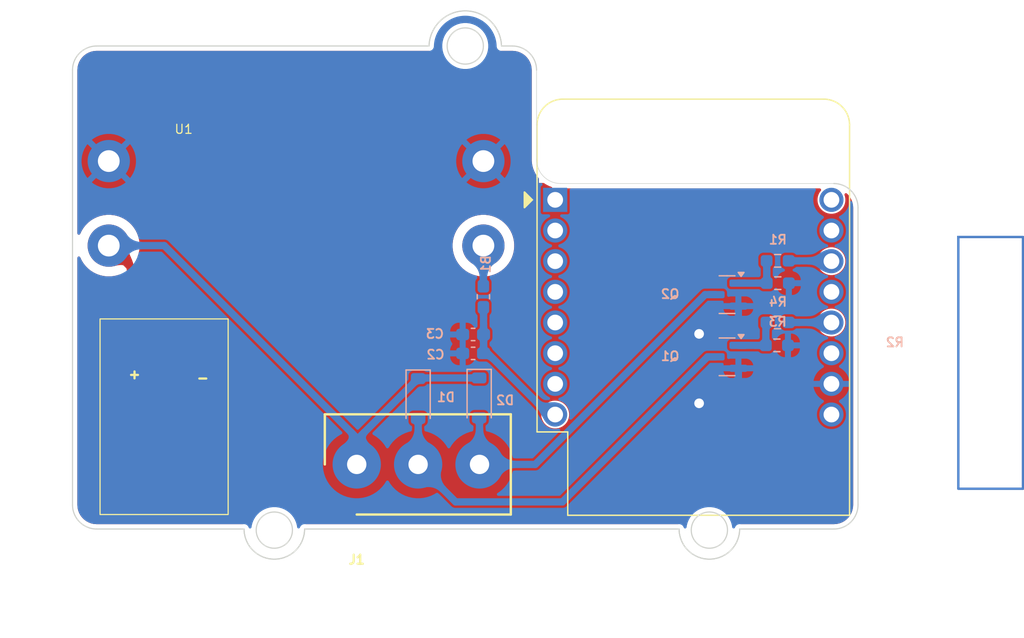
<source format=kicad_pcb>
(kicad_pcb (version 20241229) (generator "pcbnew") (generator_version "9.0")
  (layers (0 "F.Cu" signal) (2 "B.Cu" signal) (13 "F.Paste" user) (15 "B.Paste" user) (5 "F.SilkS" user "F.Silkscreen") (7 "B.SilkS" user "B.Silkscreen") (1 "F.Mask" user) (3 "B.Mask" user) (25 "Edge.Cuts" user))
  (net 0 "")
  (net 1 "/LED_NEG1")
  (net 2 "/12V")
  (net 3 "/LED_NEG2")
  (net 4 "Net-(Q1-G)")
  (net 5 "GND")
  (net 6 "Net-(Q2-G)")
  (net 7 "Net-(U3-3V3)")
  (net 8 "Net-(U1-VOUT+)")
  (net 9 "Net-(U3-D3)")
  (net 10 "Net-(U3-SCL{slash}D1)")
  (footprint "AiTrip:LM2596" (layer "F.Cu") (at 149.2 111.04 180)
    (property "Reference" "U1")
    (property "Value" "LM2596" (hide yes))
  )
  (footprint "PDC004-PD:PDC004-PD" (layer "F.Cu") (at 138.279199 128.710198)
    (property "Reference" "PD_12V1" (hide yes))
    (property "Value" "~" (hide yes))
  )
  (footprint "RF_Module:WEMOS_D1_mini_light" (layer "F.Cu") (at 170.64 110.75)
    (property "Reference" "U3" (hide yes))
    (property "Value" "WEMOS_D1_mini" (hide yes))
  )
  (footprint "Connector_Phoenix_MKDSN:SHDR3W130P0X508_1X3_1524X815X1015P" (layer "F.Cu") (at 154.219199 132.660198)
    (property "Reference" "J1")
    (property "Value" "Conn_01x03_Socket" (hide yes))
  )
  (footprint "Resistor_SMD:R_0603_1608Metric_Pad0.98x0.95mm_HandSolder" (layer "B.Cu") (at 189.0375 120.9)
    (property "Reference" "R2")
    (property "Value" "220Ω" (hide yes))
  )
  (footprint "Inductor_SMD:L_0603_1608Metric_Pad1.05x0.95mm_HandSolder" (layer "B.Cu") (at 164.7 118.775 -90)
    (property "Reference" "FB1")
    (property "Value" "220Ω" (hide yes))
  )
  (footprint "Package_TO_SOT_SMD:SOT-23" (layer "B.Cu") (at 184.8625 123.75 180)
    (property "Reference" "Q1")
    (property "Value" "AO3400A" (hide yes))
  )
  (footprint "Resistor_SMD:R_0603_1608Metric_Pad0.98x0.95mm_HandSolder" (layer "B.Cu") (at 188.9875 122.8)
    (property "Reference" "R3")
    (property "Value" "10kΩ" (hide yes))
  )
  (footprint "Diode_SMD:D_SOD-123" (layer "B.Cu") (at 159.3 127.2 -90)
    (property "Reference" "D1")
    (property "Value" "1N4007" (hide yes))
  )
  (footprint "Resistor_SMD:R_0603_1608Metric_Pad0.98x0.95mm_HandSolder" (layer "B.Cu") (at 189.0625 117.65)
    (property "Reference" "R4")
    (property "Value" "10kΩ" (hide yes))
  )
  (footprint "Capacitor_SMD:C_0603_1608Metric_Pad1.08x0.95mm_HandSolder" (layer "B.Cu") (at 163.85 121.9 180)
    (property "Reference" "C3")
    (property "Value" "22µF" (hide yes))
  )
  (footprint "Package_TO_SOT_SMD:SOT-23" (layer "B.Cu") (at 184.8625 118.6 180)
    (property "Reference" "Q2")
    (property "Value" "AO3400A" (hide yes))
  )
  (footprint "Resistor_SMD:R_0603_1608Metric_Pad0.98x0.95mm_HandSolder" (layer "B.Cu") (at 189.05 115.8)
    (property "Reference" "R1")
    (property "Value" "220Ω" (hide yes))
  )
  (footprint "Diode_SMD:D_SOD-123" (layer "B.Cu") (at 164.35 127.15 -90)
    (property "Reference" "D2")
    (property "Value" "1N4007" (hide yes))
  )
  (footprint "Capacitor_SMD:C_0603_1608Metric_Pad1.08x0.95mm_HandSolder" (layer "B.Cu") (at 163.85 123.465372 180)
    (property "Reference" "C2")
    (property "Value" "22µF" (hide yes))
  )
  (gr_rect (start 204 113.825) (end 209.35 134.675) (stroke (width 0.2)) (fill no) (layer "B.Cu") (net 11))
  (gr_line (start 149.905921 138.010198) (end 149.905842 138.021396) (stroke (width 0.1)) (layer "Edge.Cuts"))
  (gr_arc (start 183.633545 140.494623) (mid 183.577146 140.499422) (end 183.520633 140.502626) (stroke (width 0.1)) (layer "Edge.Cuts"))
  (gr_arc (start 149.247578 139.692378) (mid 149.209001 139.733787) (end 149.169267 139.774087) (stroke (width 0.1)) (layer "Edge.Cuts"))
  (gr_line (start 185.066048 139.871357) (end 185.044568 139.890261) (stroke (width 0.1)) (layer "Edge.Cuts"))
  (gr_line (start 160.655275 96.511903) (end 160.682906 96.468462) (stroke (width 0.1)) (layer "Edge.Cuts"))
  (gr_line (start 183.520633 140.502626) (end 183.492038 140.503841) (stroke (width 0.1)) (layer "Edge.Cuts"))
  (gr_arc (start 181.787565 139.917744) (mid 181.744551 139.880955) (end 181.702596 139.842963) (stroke (width 0.1)) (layer "Edge.Cuts"))
  (gr_line (start 162.789339 95.128631) (end 162.840402 95.12202) (stroke (width 0.1)) (layer "Edge.Cuts"))
  (gr_arc (start 180.917537 138.339216) (mid 180.910348 138.283065) (end 180.904748 138.226733) (stroke (width 0.1)) (layer "Edge.Cuts"))
  (gr_line (start 165.629764 96.341044) (end 165.659594 96.383003) (stroke (width 0.1)) (layer "Edge.Cuts"))
  (gr_line (start 149.358343 139.562877) (end 149.340364 139.585143) (stroke (width 0.1)) (layer "Edge.Cuts"))
  (gr_line (start 145.185587 139.172205) (end 145.172344 139.146838) (stroke (width 0.1)) (layer "Edge.Cuts"))
  (gr_line (start 148.347459 140.319486) (end 148.32091 140.330154) (stroke (width 0.1)) (layer "Edge.Cuts"))
  (gr_arc (start 163.148506 95.100829) (mid 163.200001 95.100166) (end 163.251495 95.100829) (stroke (width 0.1)) (layer "Edge.Cuts"))
  (gr_line (start 165.218586 95.881219) (end 165.25637 95.916191) (stroke (width 0.1)) (layer "Edge.Cuts"))
  (gr_arc (start 147.633545 140.494623) (mid 147.577146 140.499422) (end 147.520633 140.502626) (stroke (width 0.1)) (layer "Edge.Cuts"))
  (gr_line (start 183.095953 140.487015) (end 183.067564 140.48338) (stroke (width 0.1)) (layer "Edge.Cuts"))
  (gr_line (start 181.33219 139.414868) (end 181.316162 139.391153) (stroke (width 0.1)) (layer "Edge.Cuts"))
  (gr_line (start 160.441197 96.922424) (end 160.461818 96.87524) (stroke (width 0.1)) (layer "Edge.Cuts"))
  (gr_line (start 144.904748 138.226733) (end 144.902321 138.198215) (stroke (width 0.1)) (layer "Edge.Cuts"))
  (gr_line (start 148.079369 140.411669) (end 148.051775 140.419272) (stroke (width 0.1)) (layer "Edge.Cuts"))
  (gr_line (start 149.844752 138.548527) (end 149.838328 138.576411) (stroke (width 0.1)) (layer "Edge.Cuts"))
  (gr_arc (start 146.518551 140.345365) (mid 146.465735 140.325006) (end 146.413517 140.303159) (stroke (width 0.1)) (layer "Edge.Cuts"))
  (gr_arc (start 145.58124 139.723312) (mid 145.542658 139.681901) (end 145.505266 139.639413) (stroke (width 0.1)) (layer "Edge.Cuts"))
  (gr_arc (start 185.044568 139.890261) (mid 185.001557 139.927048) (end 184.957522 139.962604) (stroke (width 0.1)) (layer "Edge.Cuts"))
  (gr_arc (start 147.208592 140.49821) (mid 147.152193 140.493409) (end 147.095953 140.487015) (stroke (width 0.1)) (layer "Edge.Cuts"))
  (gr_arc (start 147.067564 140.48338) (mid 147.011525 140.475398) (end 146.955735 140.46583) (stroke (width 0.1)) (layer "Edge.Cuts"))
  (gr_arc (start 161.181414 95.881219) (mid 161.219653 95.84673) (end 161.258766 95.813236) (stroke (width 0.1)) (layer "Edge.Cuts"))
  (gr_arc (start 181.316162 139.391153) (mid 181.285133 139.343814) (end 181.255456 139.295617) (stroke (width 0.1)) (layer "Edge.Cuts"))
  (gr_arc (start 184.051775 140.419272) (mid 183.997003 140.433532) (end 183.94185 140.44624) (stroke (width 0.1)) (layer "Edge.Cuts"))
  (gr_line (start 145.809578 139.936039) (end 145.787565 139.917744) (stroke (width 0.1)) (layer "Edge.Cuts"))
  (gr_arc (start 165.141234 95.813236) (mid 165.180349 95.846728) (end 165.218586 95.881219) (stroke (width 0.1)) (layer "Edge.Cuts"))
  (gr_line (start 165.997604 97.01783) (end 166.015763 97.065999) (stroke (width 0.1)) (layer "Edge.Cuts"))
  (gr_line (start 181.702596 139.842963) (end 181.681655 139.823453) (stroke (width 0.1)) (layer "Edge.Cuts"))
  (gr_arc (start 144.902321 138.198215) (mid 144.89832 138.141759) (end 144.895918 138.085213) (stroke (width 0.1)) (layer "Edge.Cuts"))
  (gr_arc (start 147.774299 140.477416) (mid 147.718268 140.485399) (end 147.662034 140.491792) (stroke (width 0.1)) (layer "Edge.Cuts"))
  (gr_arc (start 164.209779 95.27546) (mid 164.258197 95.293005) (end 164.306148 95.31179) (stroke (width 0.1)) (layer "Edge.Cuts"))
  (gr_arc (start 147.913872 140.45227) (mid 147.858369 140.463412) (end 147.802574 140.472979) (stroke (width 0.1)) (layer "Edge.Cuts"))
  (gr_line (start 181.185587 139.172205) (end 181.172344 139.146838) (stroke (width 0.1)) (layer "Edge.Cuts"))
  (gr_arc (start 165.823099 96.644998) (mid 165.84789 96.690148) (end 165.871511 96.735921) (stroke (width 0.1)) (layer "Edge.Cuts"))
  (gr_arc (start 181.111031 139.018974) (mid 181.088448 138.967071) (end 181.067343 138.91455) (stroke (width 0.1)) (layer "Edge.Cuts"))
  (gr_line (start 149.169267 139.774087) (end 149.148888 139.79418) (stroke (width 0.1)) (layer "Edge.Cuts"))
  (gr_arc (start 146.652647 140.391476) (mid 146.598769 140.37414) (end 146.545405 140.355283) (stroke (width 0.1)) (layer "Edge.Cuts"))
  (gr_line (start 180.895918 138.085213) (end 180.893794 138.010198) (stroke (width 0.1)) (layer "Edge.Cuts"))
  (gr_line (start 166.194201 97.919884) (end 166.198856 98.010198) (stroke (width 0.1)) (layer "Edge.Cuts"))
  (gr_arc (start 182.518551 140.345365) (mid 182.465735 140.325006) (end 182.413517 140.303159) (stroke (width 0.1)) (layer "Edge.Cuts"))
  (gr_arc (start 161.298303 95.780253) (mid 161.338275 95.747771) (end 161.37907 95.716328) (stroke (width 0.1)) (layer "Edge.Cuts"))
  (gr_arc (start 164.895815 95.625755) (mid 164.938167 95.655051) (end 164.979751 95.685427) (stroke (width 0.1)) (layer "Edge.Cuts"))
  (gr_arc (start 132.7 138.010198) (mid 131.285787 137.424411) (end 130.7 136.010198) (stroke (width 0.1)) (layer "Edge.Cuts"))
  (gr_line (start 185.809807 138.685945) (end 185.801814 138.713429) (stroke (width 0.1)) (layer "Edge.Cuts"))
  (gr_line (start 145.415549 139.52959) (end 145.398205 139.50682) (stroke (width 0.1)) (layer "Edge.Cuts"))
  (gr_line (start 146.545405 140.355283) (end 146.518551 140.345365) (stroke (width 0.1)) (layer "Edge.Cuts"))
  (gr_arc (start 146.789151 140.429929) (mid 146.73437 140.415665) (end 146.680014 140.399857) (stroke (width 0.1)) (layer "Edge.Cuts"))
  (gr_arc (start 147.492038 140.503841) (mid 147.435457 140.505443) (end 147.378854 140.505443) (stroke (width 0.1)) (layer "Edge.Cuts"))
  (gr_line (start 166.094043 97.31121) (end 166.107157 97.361004) (stroke (width 0.1)) (layer "Edge.Cuts"))
  (gr_arc (start 185.340364 139.585143) (mid 185.304191 139.628664) (end 185.266804 139.671147) (stroke (width 0.1)) (layer "Edge.Cuts"))
  (gr_arc (start 160.528489 96.735921) (mid 160.552109 96.690148) (end 160.576901 96.644998) (stroke (width 0.1)) (layer "Edge.Cuts"))
  (gr_line (start 146.2848 140.243662) (end 146.259233 140.230772) (stroke (width 0.1)) (layer "Edge.Cuts"))
  (gr_line (start 183.802574 140.472979) (end 183.774299 140.477416) (stroke (width 0.1)) (layer "Edge.Cuts"))
  (gr_arc (start 162.536107 95.174778) (mid 162.586378 95.163596) (end 162.63692 95.153711) (stroke (width 0.1)) (layer "Edge.Cuts"))
  (gr_line (start 185.767137 138.82119) (end 185.757602 138.848176) (stroke (width 0.1)) (layer "Edge.Cuts"))
  (gr_arc (start 182.134871 140.16267) (mid 182.086245 140.133673) (end 182.038461 140.103308) (stroke (width 0.1)) (layer "Edge.Cuts"))
  (gr_line (start 184.214727 140.369369) (end 184.18761 140.378521) (stroke (width 0.1)) (layer "Edge.Cuts"))
  (gr_arc (start 160.682906 96.468462) (mid 160.711107 96.425361) (end 160.740408 96.383001) (stroke (width 0.1)) (layer "Edge.Cuts"))
  (gr_arc (start 149.838328 138.576411) (mid 149.824842 138.63138) (end 149.809807 138.685945) (stroke (width 0.1)) (layer "Edge.Cuts"))
  (gr_arc (start 160.350394 97.16329) (mid 160.36669 97.114428) (end 160.384236 97.066001) (stroke (width 0.1)) (layer "Edge.Cuts"))
  (gr_arc (start 185.867035 138.437523) (mid 185.856679 138.493183) (end 185.844752 138.548527) (stroke (width 0.1)) (layer "Edge.Cuts"))
  (gr_arc (start 183.067564 140.48338) (mid 183.011525 140.475398) (end 182.955735 140.46583) (stroke (width 0.1)) (layer "Edge.Cuts"))
  (gr_arc (start 185.801814 138.713429) (mid 185.785239 138.767555) (end 185.767137 138.82119) (stroke (width 0.1)) (layer "Edge.Cuts"))
  (gr_arc (start 185.757602 138.848176) (mid 185.737992 138.90127) (end 185.71689 138.953788) (stroke (width 0.1)) (layer "Edge.Cuts"))
  (gr_line (start 149.266804 139.671147) (end 149.247578 139.692378) (stroke (width 0.1)) (layer "Edge.Cuts"))
  (gr_arc (start 149.801814 138.713429) (mid 149.785239 138.767555) (end 149.767137 138.82119) (stroke (width 0.1)) (layer "Edge.Cuts"))
  (gr_arc (start 144.917537 138.339216) (mid 144.910348 138.283065) (end 144.904748 138.226733) (stroke (width 0.1)) (layer "Edge.Cuts"))
  (gr_arc (start 161.81303 95.440302) (mid 161.858793 95.416686) (end 161.905149 95.394258) (stroke (width 0.1)) (layer "Edge.Cuts"))
  (gr_line (start 147.662034 140.491792) (end 147.633545 140.494623) (stroke (width 0.1)) (layer "Edge.Cuts"))
  (gr_arc (start 181.681655 139.823453) (mid 181.640788 139.784284) (end 181.601045 139.743976) (stroke (width 0.1)) (layer "Edge.Cuts"))
  (gr_arc (start 162.99417 95.107458) (mid 163.045572 95.104144) (end 163.097042 95.102154) (stroke (width 0.1)) (layer "Edge.Cuts"))
  (gr_arc (start 148.18761 140.378521) (mid 148.133724 140.39586) (end 148.079369 140.411669) (stroke (width 0.1)) (layer "Edge.Cuts"))
  (gr_line (start 145.505266 139.639413) (end 145.486658 139.617657) (stroke (width 0.1)) (layer "Edge.Cuts"))
  (gr_circle (center 147.4 138.1) (end 148.9 138.1) (stroke (width 0.1)) (fill no) (layer "Edge.Cuts"))
  (gr_arc (start 164.063032 95.227222) (mid 164.112294 95.242251) (end 164.161152 95.258545) (stroke (width 0.1)) (layer "Edge.Cuts"))
  (gr_arc (start 145.057051 138.887852) (mid 145.037438 138.834746) (end 145.019335 138.781106) (stroke (width 0.1)) (layer "Edge.Cuts"))
  (gr_line (start 144.946337 138.507175) (end 144.940703 138.479111) (stroke (width 0.1)) (layer "Edge.Cuts"))
  (gr_line (start 181.067343 138.91455) (end 181.057051 138.887852) (stroke (width 0.1)) (layer "Edge.Cuts"))
  (gr_arc (start 148.578245 140.211205) (mid 148.528073 140.2374) (end 148.477178 140.262162) (stroke (width 0.1)) (layer "Edge.Cuts"))
  (gr_arc (start 181.398205 139.50682) (mid 181.364546 139.461312) (end 181.33219 139.414868) (stroke (width 0.1)) (layer "Edge.Cuts"))
  (gr_arc (start 185.887835 138.297266) (mid 185.880647 138.353406) (end 185.871871 138.40932) (stroke (width 0.1)) (layer "Edge.Cuts"))
  (gr_line (start 185.594304 139.209429) (end 185.580349 139.23441) (stroke (width 0.1)) (layer "Edge.Cuts"))
  (gr_line (start 147.520633 140.502626) (end 147.492038 140.503841) (stroke (width 0.1)) (layer "Edge.Cuts"))
  (gr_line (start 163.863897 95.174779) (end 163.914005 95.186604) (stroke (width 0.1)) (layer "Edge.Cuts"))
  (gr_line (start 180.893794 138.010198) (end 149.905921 138.010198) (stroke (width 0.1)) (layer "Edge.Cuts"))
  (gr_line (start 182.038461 140.103308) (end 182.014536 140.087626) (stroke (width 0.1)) (layer "Edge.Cuts"))
  (gr_line (start 182.413517 140.303159) (end 182.38727 140.291739) (stroke (width 0.1)) (layer "Edge.Cuts"))
  (gr_arc (start 165.659594 96.383003) (mid 165.688894 96.425361) (end 165.717093 96.46846) (stroke (width 0.1)) (layer "Edge.Cuts"))
  (gr_arc (start 145.681655 139.823453) (mid 145.640788 139.784284) (end 145.601045 139.743976) (stroke (width 0.1)) (layer "Edge.Cuts"))
  (gr_arc (start 149.905842 138.021396) (mid 149.904877 138.070911) (end 149.902688 138.120388) (stroke (width 0.1)) (layer "Edge.Cuts"))
  (gr_arc (start 182.38727 140.291739) (mid 182.335695 140.268425) (end 182.2848 140.243662) (stroke (width 0.1)) (layer "Edge.Cuts"))
  (gr_line (start 163.405826 95.107457) (end 163.457159 95.111431) (stroke (width 0.1)) (layer "Edge.Cuts"))
  (gr_arc (start 183.913872 140.45227) (mid 183.858369 140.463412) (end 183.802574 140.472979) (stroke (width 0.1)) (layer "Edge.Cuts"))
  (gr_line (start 149.443637 139.449564) (end 149.42695 139.472807) (stroke (width 0.1)) (layer "Edge.Cuts"))
  (gr_line (start 148.603424 140.197603) (end 148.578245 140.211205) (stroke (width 0.1)) (layer "Edge.Cuts"))
  (gr_line (start 160.740408 96.383001) (end 160.770234 96.341047) (stroke (width 0.1)) (layer "Edge.Cuts"))
  (gr_line (start 147.095953 140.487015) (end 147.067564 140.48338) (stroke (width 0.1)) (layer "Edge.Cuts"))
  (gr_line (start 164.161152 95.258545) (end 164.209779 95.27546) (stroke (width 0.1)) (layer "Edge.Cuts"))
  (gr_line (start 149.902688 138.120388) (end 149.900668 138.156032) (stroke (width 0.1)) (layer "Edge.Cuts"))
  (gr_arc (start 163.763076 95.15371) (mid 163.813622 95.163596) (end 163.863897 95.174779) (stroke (width 0.1)) (layer "Edge.Cuts"))
  (gr_line (start 182.2848 140.243662) (end 182.259233 140.230772) (stroke (width 0.1)) (layer "Edge.Cuts"))
  (gr_arc (start 148.935002 139.980267) (mid 148.889968 140.01457) (end 148.843982 140.047586) (stroke (width 0.1)) (layer "Edge.Cuts"))
  (gr_line (start 145.067343 138.91455) (end 145.057051 138.887852) (stroke (width 0.1)) (layer "Edge.Cuts"))
  (gr_arc (start 149.507018 139.35579) (mid 149.475992 139.403126) (end 149.443637 139.449564) (stroke (width 0.1)) (layer "Edge.Cuts"))
  (gr_arc (start 146.259233 140.230772) (mid 146.209062 140.204579) (end 146.159653 140.176977) (stroke (width 0.1)) (layer "Edge.Cuts"))
  (gr_arc (start 163.457159 95.111431) (mid 163.508446 95.116067) (end 163.559596 95.12202) (stroke (width 0.1)) (layer "Edge.Cuts"))
  (gr_arc (start 145.486658 139.617657) (mid 145.450479 139.574128) (end 145.415549 139.52959) (stroke (width 0.1)) (layer "Edge.Cuts"))
  (gr_line (start 165.717093 96.46846) (end 165.744726 96.511904) (stroke (width 0.1)) (layer "Edge.Cuts"))
  (gr_line (start 181.809578 139.936039) (end 181.787565 139.917744) (stroke (width 0.1)) (layer "Edge.Cuts"))
  (gr_arc (start 183.350244 140.505038) (mid 183.293655 140.503437) (end 183.237135 140.500233) (stroke (width 0.1)) (layer "Edge.Cuts"))
  (gr_arc (start 149.867035 138.437523) (mid 149.856679 138.493183) (end 149.844752 138.548527) (stroke (width 0.1)) (layer "Edge.Cuts"))
  (gr_line (start 185.358343 139.562877) (end 185.340364 139.585143) (stroke (width 0.1)) (layer "Edge.Cuts"))
  (gr_arc (start 164.632416 95.464499) (mid 164.677562 95.489289) (end 164.722055 95.515232) (stroke (width 0.1)) (layer "Edge.Cuts"))
  (gr_line (start 183.237135 140.500233) (end 183.208592 140.49821) (stroke (width 0.1)) (layer "Edge.Cuts"))
  (gr_line (start 148.725838 140.125992) (end 148.701468 140.140997) (stroke (width 0.1)) (layer "Edge.Cuts"))
  (gr_arc (start 145.898647 140.005898) (mid 145.853618 139.971599) (end 145.809578 139.936039) (stroke (width 0.1)) (layer "Edge.Cuts"))
  (gr_line (start 164.013599 95.212833) (end 164.063032 95.227222) (stroke (width 0.1)) (layer "Edge.Cuts"))
  (gr_arc (start 149.340364 139.585143) (mid 149.304191 139.628664) (end 149.266804 139.671147) (stroke (width 0.1)) (layer "Edge.Cuts"))
  (gr_line (start 147.378854 140.505443) (end 147.350244 140.505038) (stroke (width 0.1)) (layer "Edge.Cuts"))
  (gr_line (start 160.832056 96.258664) (end 160.864009 96.218292) (stroke (width 0.1)) (layer "Edge.Cuts"))
  (gr_line (start 161.633803 95.541738) (end 161.677943 95.515233) (stroke (width 0.1)) (layer "Edge.Cuts"))
  (gr_line (start 162.046163 95.331184) (end 162.093853 95.311789) (stroke (width 0.1)) (layer "Edge.Cuts"))
  (gr_line (start 161.258766 95.813236) (end 161.298303 95.780253) (stroke (width 0.1)) (layer "Edge.Cuts"))
  (gr_line (start 182.545405 140.355283) (end 182.518551 140.345365) (stroke (width 0.1)) (layer "Edge.Cuts"))
  (gr_line (start 185.266804 139.671147) (end 185.247578 139.692378) (stroke (width 0.1)) (layer "Edge.Cuts"))
  (gr_line (start 132.7 98.010198) (end 160.201144 98.010198) (stroke (width 0.1)) (layer "Edge.Cuts"))
  (gr_line (start 146.955735 140.46583) (end 146.927594 140.460594) (stroke (width 0.1)) (layer "Edge.Cuts"))
  (gr_arc (start 182.652647 140.391476) (mid 182.598769 140.37414) (end 182.545405 140.355283) (stroke (width 0.1)) (layer "Edge.Cuts"))
  (gr_arc (start 185.507018 139.35579) (mid 185.475992 139.403126) (end 185.443637 139.449564) (stroke (width 0.1)) (layer "Edge.Cuts"))
  (gr_circle (center 183.4 138.1) (end 184.9 138.1) (stroke (width 0.1)) (fill no) (layer "Edge.Cuts"))
  (gr_line (start 185.522372 139.331626) (end 185.507018 139.35579) (stroke (width 0.1)) (layer "Edge.Cuts"))
  (gr_arc (start 182.014536 140.087626) (mid 181.967639 140.055927) (end 181.921656 140.022916) (stroke (width 0.1)) (layer "Edge.Cuts"))
  (gr_line (start 184.477178 140.262162) (end 184.451272 140.274317) (stroke (width 0.1)) (layer "Edge.Cuts"))
  (gr_arc (start 149.044568 139.890261) (mid 149.001557 139.927048) (end 148.957522 139.962604) (stroke (width 0.1)) (layer "Edge.Cuts"))
  (gr_arc (start 146.134871 140.16267) (mid 146.086245 140.133673) (end 146.038461 140.103308) (stroke (width 0.1)) (layer "Edge.Cuts"))
  (gr_arc (start 146.38727 140.291739) (mid 146.335695 140.268425) (end 146.2848 140.243662) (stroke (width 0.1)) (layer "Edge.Cuts"))
  (gr_line (start 149.891068 138.268828) (end 149.887835 138.297266) (stroke (width 0.1)) (layer "Edge.Cuts"))
  (gr_line (start 164.853097 95.597012) (end 164.895815 95.625755) (stroke (width 0.1)) (layer "Edge.Cuts"))
  (gr_arc (start 145.172344 139.146838) (mid 145.146864 139.096298) (end 145.122822 139.045059) (stroke (width 0.1)) (layer "Edge.Cuts"))
  (gr_line (start 182.680014 140.399857) (end 182.652647 140.391476) (stroke (width 0.1)) (layer "Edge.Cuts"))
  (gr_arc (start 145.111031 139.018974) (mid 145.088448 138.967071) (end 145.067343 138.91455) (stroke (width 0.1)) (layer "Edge.Cuts"))
  (gr_arc (start 185.838328 138.576411) (mid 185.824842 138.63138) (end 185.809807 138.685945) (stroke (width 0.1)) (layer "Edge.Cuts"))
  (gr_line (start 160.50547 96.781976) (end 160.528489 96.735921) (stroke (width 0.1)) (layer "Edge.Cuts"))
  (gr_line (start 165.436029 96.100538) (end 165.470015 96.139208) (stroke (width 0.1)) (layer "Edge.Cuts"))
  (gr_arc (start 165.020926 95.716325) (mid 165.061725 95.747771) (end 165.101701 95.780256) (stroke (width 0.1)) (layer "Edge.Cuts"))
  (gr_line (start 195.7 111.4) (end 195.7 136.010198) (stroke (width 0.1)) (layer "Edge.Cuts"))
  (gr_line (start 181.601045 139.743976) (end 181.58124 139.723312) (stroke (width 0.1)) (layer "Edge.Cuts"))
  (gr_line (start 149.594304 139.209429) (end 149.580349 139.23441) (stroke (width 0.1)) (layer "Edge.Cuts"))
  (gr_arc (start 165.567946 96.258666) (mid 165.599385 96.299457) (end 165.629764 96.341044) (stroke (width 0.1)) (layer "Edge.Cuts"))
  (gr_line (start 180.946337 138.507175) (end 180.940703 138.479111) (stroke (width 0.1)) (layer "Edge.Cuts"))
  (gr_line (start 161.905149 95.394258) (end 161.951777 95.372433) (stroke (width 0.1)) (layer "Edge.Cuts"))
  (gr_arc (start 166.167734 97.663845) (mid 166.175003 97.714826) (end 166.180958 97.765978) (stroke (width 0.1)) (layer "Edge.Cuts"))
  (gr_line (start 185.71689 138.953788) (end 185.705843 138.980194) (stroke (width 0.1)) (layer "Edge.Cuts"))
  (gr_arc (start 163.914005 95.186604) (mid 163.963971 95.199077) (end 164.013599 95.212833) (stroke (width 0.1)) (layer "Edge.Cuts"))
  (gr_line (start 149.71689 138.953788) (end 149.705843 138.980194) (stroke (width 0.1)) (layer "Edge.Cuts"))
  (gr_arc (start 183.774299 140.477416) (mid 183.718268 140.485399) (end 183.662034 140.491792) (stroke (width 0.1)) (layer "Edge.Cuts"))
  (gr_arc (start 185.247578 139.692378) (mid 185.209001 139.733787) (end 185.169267 139.774087) (stroke (width 0.1)) (layer "Edge.Cuts"))
  (gr_arc (start 166.186252 97.81719) (mid 166.190889 97.868486) (end 166.194201 97.919884) (stroke (width 0.1)) (layer "Edge.Cuts"))
  (gr_line (start 164.979751 95.685427) (end 165.020926 95.716325) (stroke (width 0.1)) (layer "Edge.Cuts"))
  (gr_arc (start 181.240799 139.271041) (mid 181.212492 139.222014) (end 181.185587 139.172205) (stroke (width 0.1)) (layer "Edge.Cuts"))
  (gr_line (start 185.902688 138.120388) (end 185.900668 138.156032) (stroke (width 0.1)) (layer "Edge.Cuts"))
  (gr_arc (start 184.820499 140.063946) (mid 184.773607 140.095638) (end 184.725838 140.125992) (stroke (width 0.1)) (layer "Edge.Cuts"))
  (gr_line (start 166.180958 97.765978) (end 166.186252 97.81719) (stroke (width 0.1)) (layer "Edge.Cuts"))
  (gr_arc (start 167.1 98.010198) (mid 168.514214 98.595984) (end 169.1 100.010198) (stroke (width 0.1)) (layer "Edge.Cuts"))
  (gr_line (start 146.159653 140.176977) (end 146.134871 140.16267) (stroke (width 0.1)) (layer "Edge.Cuts"))
  (gr_arc (start 146.927594 140.460594) (mid 146.872101 140.449453) (end 146.816946 140.436748) (stroke (width 0.1)) (layer "Edge.Cuts"))
  (gr_line (start 160.258654 97.511643) (end 160.269187 97.46124) (stroke (width 0.1)) (layer "Edge.Cuts"))
  (gr_line (start 165.330138 95.988084) (end 165.366065 96.024948) (stroke (width 0.1)) (layer "Edge.Cuts"))
  (gr_line (start 183.662034 140.491792) (end 183.633545 140.494623) (stroke (width 0.1)) (layer "Edge.Cuts"))
  (gr_line (start 146.413517 140.303159) (end 146.38727 140.291739) (stroke (width 0.1)) (layer "Edge.Cuts"))
  (gr_arc (start 148.451272 140.274317) (mid 148.399685 140.297635) (end 148.347459 140.319486) (stroke (width 0.1)) (layer "Edge.Cuts"))
  (gr_line (start 149.871871 138.40932) (end 149.867035 138.437523) (stroke (width 0.1)) (layer "Edge.Cuts"))
  (gr_line (start 181.505266 139.639413) (end 181.486658 139.617657) (stroke (width 0.1)) (layer "Edge.Cuts"))
  (gr_line (start 164.722055 95.515232) (end 164.766192 95.541735) (stroke (width 0.1)) (layer "Edge.Cuts"))
  (gr_arc (start 181.898647 140.005898) (mid 181.853618 139.971599) (end 181.809578 139.936039) (stroke (width 0.1)) (layer "Edge.Cuts"))
  (gr_arc (start 160.305955 97.311214) (mid 160.319708 97.261589) (end 160.334737 97.212336) (stroke (width 0.1)) (layer "Edge.Cuts"))
  (gr_arc (start 165.366065 96.024948) (mid 165.401534 96.062292) (end 165.436029 96.100538) (stroke (width 0.1)) (layer "Edge.Cuts"))
  (gr_line (start 171.1 109.4) (end 193.7 109.4) (stroke (width 0.05)) (layer "Edge.Cuts"))
  (gr_line (start 162.942843 95.111431) (end 162.99417 95.107458) (stroke (width 0.1)) (layer "Edge.Cuts"))
  (gr_arc (start 149.705843 138.980194) (mid 149.683259 139.032098) (end 149.659217 139.083342) (stroke (width 0.1)) (layer "Edge.Cuts"))
  (gr_arc (start 144.940703 138.479111) (mid 144.930349 138.423465) (end 144.921573 138.367548) (stroke (width 0.1)) (layer "Edge.Cuts"))
  (gr_line (start 165.101701 95.780256) (end 165.141234 95.813236) (stroke (width 0.1)) (layer "Edge.Cuts"))
  (gr_arc (start 181.172344 139.146838) (mid 181.146864 139.096298) (end 181.122822 139.045059) (stroke (width 0.1)) (layer "Edge.Cuts"))
  (gr_arc (start 160.770234 96.341047) (mid 160.800614 96.299457) (end 160.832056 96.258664) (stroke (width 0.1)) (layer "Edge.Cuts"))
  (gr_arc (start 145.240799 139.271041) (mid 145.212492 139.222014) (end 145.185587 139.172205) (stroke (width 0.1)) (layer "Edge.Cuts"))
  (gr_arc (start 184.578245 140.211205) (mid 184.528073 140.2374) (end 184.477178 140.262162) (stroke (width 0.1)) (layer "Edge.Cuts"))
  (gr_arc (start 130.7 100.010198) (mid 131.285787 98.595986) (end 132.7 98.010198) (stroke (width 0.1)) (layer "Edge.Cuts"))
  (gr_arc (start 185.705843 138.980194) (mid 185.683259 139.032098) (end 185.659217 139.083342) (stroke (width 0.1)) (layer "Edge.Cuts"))
  (gr_arc (start 182.259233 140.230772) (mid 182.209062 140.204579) (end 182.159653 140.176977) (stroke (width 0.1)) (layer "Edge.Cuts"))
  (gr_arc (start 164.353834 95.331183) (mid 164.401294 95.351201) (end 164.448224 95.372434) (stroke (width 0.1)) (layer "Edge.Cuts"))
  (gr_line (start 180.921573 138.367548) (end 180.917537 138.339216) (stroke (width 0.1)) (layer "Edge.Cuts"))
  (gr_line (start 182.955735 140.46583) (end 182.927594 140.460594) (stroke (width 0.1)) (layer "Edge.Cuts"))
  (gr_arc (start 184.701468 140.140997) (mid 184.652847 140.169995) (end 184.603424 140.197603) (stroke (width 0.1)) (layer "Edge.Cuts"))
  (gr_arc (start 165.744726 96.511904) (mid 165.771802 96.555706) (end 165.79774 96.600191) (stroke (width 0.1)) (layer "Edge.Cuts"))
  (gr_arc (start 148.820499 140.063946) (mid 148.773607 140.095638) (end 148.725838 140.125992) (stroke (width 0.1)) (layer "Edge.Cuts"))
  (gr_arc (start 166.015763 97.065999) (mid 166.033312 97.114427) (end 166.049607 97.163291) (stroke (width 0.1)) (layer "Edge.Cuts"))
  (gr_line (start 184.347459 140.319486) (end 184.32091 140.330154) (stroke (width 0.1)) (layer "Edge.Cuts"))
  (gr_arc (start 182.927594 140.460594) (mid 182.872101 140.449453) (end 182.816946 140.436748) (stroke (width 0.1)) (layer "Edge.Cuts"))
  (gr_arc (start 165.958804 96.922426) (mid 165.978818 96.969878) (end 165.997604 97.01783) (stroke (width 0.1)) (layer "Edge.Cuts"))
  (gr_arc (start 161.677943 95.515233) (mid 161.722438 95.489289) (end 161.767587 95.464498) (stroke (width 0.1)) (layer "Edge.Cuts"))
  (gr_line (start 160.201144 98.010198) (end 160.205799 97.919888) (stroke (width 0.1)) (layer "Edge.Cuts"))
  (gr_line (start 164.448224 95.372434) (end 164.494853 95.394259) (stroke (width 0.1)) (layer "Edge.Cuts"))
  (gr_line (start 145.33219 139.414868) (end 145.316162 139.391153) (stroke (width 0.1)) (layer "Edge.Cuts"))
  (gr_arc (start 163.302961 95.102155) (mid 163.354428 95.104145) (end 163.405826 95.107457) (stroke (width 0.1)) (layer "Edge.Cuts"))
  (gr_line (start 184.843982 140.047586) (end 184.820499 140.063946) (stroke (width 0.1)) (layer "Edge.Cuts"))
  (gr_line (start 183.378854 140.505443) (end 183.350244 140.505038) (stroke (width 0.1)) (layer "Edge.Cuts"))
  (gr_line (start 183.94185 140.44624) (end 183.913872 140.45227) (stroke (width 0.1)) (layer "Edge.Cuts"))
  (gr_line (start 160.232266 97.663845) (end 160.240189 97.61297) (stroke (width 0.1)) (layer "Edge.Cuts"))
  (gr_line (start 185.905921 138.010198) (end 185.905842 138.021396) (stroke (width 0.1)) (layer "Edge.Cuts"))
  (gr_arc (start 160.864009 96.218292) (mid 160.896486 96.178326) (end 160.929982 96.139211) (stroke (width 0.1)) (layer "Edge.Cuts"))
  (gr_line (start 160.29284 97.361015) (end 160.305955 97.311214) (stroke (width 0.1)) (layer "Edge.Cuts"))
  (gr_arc (start 160.240189 97.61297) (mid 160.248769 97.562188) (end 160.258654 97.511643) (stroke (width 0.1)) (layer "Edge.Cuts"))
  (gr_arc (start 146.014536 140.087626) (mid 145.967639 140.055927) (end 145.921656 140.022916) (stroke (width 0.1)) (layer "Edge.Cuts"))
  (gr_line (start 161.767587 95.464498) (end 161.81303 95.440302) (stroke (width 0.1)) (layer "Edge.Cuts"))
  (gr_line (start 149.659217 139.083342) (end 149.646698 139.109071) (stroke (width 0.1)) (layer "Edge.Cuts"))
  (gr_line (start 144.893794 138.010198) (end 132.7 138.010198) (stroke (width 0.1)) (layer "Edge.Cuts"))
  (gr_arc (start 185.580349 139.23441) (mid 185.552048 139.283428) (end 185.522372 139.331626) (stroke (width 0.1)) (layer "Edge.Cuts"))
  (gr_arc (start 149.148888 139.79418) (mid 149.108014 139.833355) (end 149.066048 139.871357) (stroke (width 0.1)) (layer "Edge.Cuts"))
  (gr_circle (center 163.2 98.010198) (end 164.7 98.010198) (stroke (width 0.1)) (fill no) (layer "Edge.Cuts"))
  (gr_line (start 160.929982 96.139211) (end 160.963971 96.100538) (stroke (width 0.1)) (layer "Edge.Cuts"))
  (gr_line (start 161.033934 96.024949) (end 161.069862 95.988084) (stroke (width 0.1)) (layer "Edge.Cuts"))
  (gr_line (start 185.169267 139.774087) (end 185.148888 139.79418) (stroke (width 0.1)) (layer "Edge.Cuts"))
  (gr_line (start 161.14363 95.916191) (end 161.181414 95.881219) (stroke (width 0.1)) (layer "Edge.Cuts"))
  (gr_arc (start 162.386402 95.212832) (mid 162.436029 95.199076) (end 162.485994 95.186604) (stroke (width 0.1)) (layer "Edge.Cuts"))
  (gr_line (start 149.066048 139.871357) (end 149.044568 139.890261) (stroke (width 0.1)) (layer "Edge.Cuts"))
  (gr_arc (start 182.789151 140.429929) (mid 182.73437 140.415665) (end 182.680014 140.399857) (stroke (width 0.1)) (layer "Edge.Cuts"))
  (gr_line (start 160.334737 97.212336) (end 160.350394 97.16329) (stroke (width 0.1)) (layer "Edge.Cuts"))
  (gr_arc (start 145.787565 139.917744) (mid 145.744551 139.880955) (end 145.702596 139.842963) (stroke (width 0.1)) (layer "Edge.Cuts"))
  (gr_arc (start 149.580349 139.23441) (mid 149.552048 139.283428) (end 149.522372 139.331626) (stroke (width 0.1)) (layer "Edge.Cuts"))
  (gr_arc (start 166.141346 97.511645) (mid 166.15123 97.562188) (end 166.15981 97.612968) (stroke (width 0.1)) (layer "Edge.Cuts"))
  (gr_line (start 145.122822 139.045059) (end 145.111031 139.018974) (stroke (width 0.1)) (layer "Edge.Cuts"))
  (gr_line (start 182.159653 140.176977) (end 182.134871 140.16267) (stroke (width 0.1)) (layer "Edge.Cuts"))
  (gr_line (start 184.957522 139.962604) (end 184.935002 139.980267) (stroke (width 0.1)) (layer "Edge.Cuts"))
  (gr_line (start 147.802574 140.472979) (end 147.774299 140.477416) (stroke (width 0.1)) (layer "Edge.Cuts"))
  (gr_arc (start 160.461818 96.87524) (mid 160.483043 96.828327) (end 160.50547 96.781976) (stroke (width 0.1)) (layer "Edge.Cuts"))
  (gr_arc (start 180.971748 138.61748) (mid 180.958262 138.562507) (end 180.946337 138.507175) (stroke (width 0.1)) (layer "Edge.Cuts"))
  (gr_arc (start 185.646698 139.109071) (mid 185.621212 139.159621) (end 185.594304 139.209429) (stroke (width 0.1)) (layer "Edge.Cuts"))
  (gr_line (start 181.415549 139.52959) (end 181.398205 139.50682) (stroke (width 0.1)) (layer "Edge.Cuts"))
  (gr_line (start 145.255456 139.295617) (end 145.240799 139.271041) (stroke (width 0.1)) (layer "Edge.Cuts"))
  (gr_line (start 144.978962 138.645186) (end 144.971748 138.61748) (stroke (width 0.1)) (layer "Edge.Cuts"))
  (gr_line (start 165.871511 96.735921) (end 165.894532 96.78198) (stroke (width 0.1)) (layer "Edge.Cuts"))
  (gr_arc (start 171.1 109.4) (mid 169.685786 108.814214) (end 169.1 107.4) (stroke (width 0.05)) (layer "Edge.Cuts"))
  (gr_arc (start 160.602259 96.600193) (mid 160.628199 96.555707) (end 160.655275 96.511903) (stroke (width 0.1)) (layer "Edge.Cuts"))
  (gr_line (start 148.957522 139.962604) (end 148.935002 139.980267) (stroke (width 0.1)) (layer "Edge.Cuts"))
  (gr_arc (start 162.238847 95.258545) (mid 162.287706 95.242251) (end 162.336968 95.227222) (stroke (width 0.1)) (layer "Edge.Cuts"))
  (gr_arc (start 162.687573 95.14448) (mid 162.738354 95.1359) (end 162.789339 95.128631) (stroke (width 0.1)) (layer "Edge.Cuts"))
  (gr_line (start 160.576901 96.644998) (end 160.602259 96.600193) (stroke (width 0.1)) (layer "Edge.Cuts"))
  (gr_arc (start 145.398205 139.50682) (mid 145.364546 139.461312) (end 145.33219 139.414868) (stroke (width 0.1)) (layer "Edge.Cuts"))
  (gr_arc (start 180.902321 138.198215) (mid 180.89832 138.141759) (end 180.895918 138.085213) (stroke (width 0.1)) (layer "Edge.Cuts"))
  (gr_line (start 184.079369 140.411669) (end 184.051775 140.419272) (stroke (width 0.1)) (layer "Edge.Cuts"))
  (gr_arc (start 161.951777 95.372433) (mid 161.998704 95.3512) (end 162.046163 95.331184) (stroke (width 0.1)) (layer "Edge.Cuts"))
  (gr_line (start 166.198856 98.010198) (end 167.1 98.010198) (stroke (width 0.1)) (layer "Edge.Cuts"))
  (gr_arc (start 149.42695 139.472807) (mid 149.393283 139.518327) (end 149.358343 139.562877) (stroke (width 0.1)) (layer "Edge.Cuts"))
  (gr_line (start 162.190219 95.275461) (end 162.238847 95.258545) (stroke (width 0.1)) (layer "Edge.Cuts"))
  (gr_arc (start 144.971748 138.61748) (mid 144.958262 138.562507) (end 144.946337 138.507175) (stroke (width 0.1)) (layer "Edge.Cuts"))
  (gr_line (start 145.921656 140.022916) (end 145.898647 140.005898) (stroke (width 0.1)) (layer "Edge.Cuts"))
  (gr_line (start 164.306148 95.31179) (end 164.353834 95.331183) (stroke (width 0.1)) (layer "Edge.Cuts"))
  (gr_arc (start 145.010568 138.753862) (mid 144.993996 138.699748) (end 144.978962 138.645186) (stroke (width 0.1)) (layer "Edge.Cuts"))
  (gr_line (start 180.978962 138.645186) (end 180.971748 138.61748) (stroke (width 0.1)) (layer "Edge.Cuts"))
  (gr_line (start 160.384236 97.066001) (end 160.402395 97.017833) (stroke (width 0.1)) (layer "Edge.Cuts"))
  (gr_line (start 145.601045 139.743976) (end 145.58124 139.723312) (stroke (width 0.1)) (layer "Edge.Cuts"))
  (gr_arc (start 149.646698 139.109071) (mid 149.621212 139.159621) (end 149.594304 139.209429) (stroke (width 0.1)) (layer "Edge.Cuts"))
  (gr_line (start 163.097042 95.102154) (end 163.148506 95.100829) (stroke (width 0.1)) (layer "Edge.Cuts"))
  (gr_line (start 185.891068 138.268828) (end 185.887835 138.297266) (stroke (width 0.1)) (layer "Edge.Cuts"))
  (gr_arc (start 165.894532 96.78198) (mid 165.916957 96.828327) (end 165.938181 96.875237) (stroke (width 0.1)) (layer "Edge.Cuts"))
  (gr_line (start 162.336968 95.227222) (end 162.386402 95.212832) (stroke (width 0.1)) (layer "Edge.Cuts"))
  (gr_arc (start 148.051775 140.419272) (mid 147.997003 140.433532) (end 147.94185 140.44624) (stroke (width 0.1)) (layer "Edge.Cuts"))
  (gr_line (start 166.049607 97.163291) (end 166.065265 97.21234) (stroke (width 0.1)) (layer "Edge.Cuts"))
  (gr_line (start 160.213749 97.817186) (end 160.219043 97.765977) (stroke (width 0.1)) (layer "Edge.Cuts"))
  (gr_arc (start 185.905842 138.021396) (mid 185.904877 138.070911) (end 185.902688 138.120388) (stroke (width 0.1)) (layer "Edge.Cuts"))
  (gr_line (start 163.712429 95.144481) (end 163.763076 95.15371) (stroke (width 0.1)) (layer "Edge.Cuts"))
  (gr_arc (start 160.205799 97.919888) (mid 160.209113 97.868486) (end 160.213749 97.817186) (stroke (width 0.1)) (layer "Edge.Cuts"))
  (gr_arc (start 161.420246 95.685429) (mid 161.461832 95.65505) (end 161.504187 95.625753) (stroke (width 0.1)) (layer "Edge.Cuts"))
  (gr_arc (start 166.065265 97.21234) (mid 166.08029 97.26159) (end 166.094043 97.31121) (stroke (width 0.1)) (layer "Edge.Cuts"))
  (gr_arc (start 160.269187 97.46124) (mid 160.280368 97.410975) (end 160.29284 97.361015) (stroke (width 0.1)) (layer "Edge.Cuts"))
  (gr_line (start 184.725838 140.125992) (end 184.701468 140.140997) (stroke (width 0.1)) (layer "Edge.Cuts"))
  (gr_arc (start 184.32091 140.330154) (mid 184.268096 140.350514) (end 184.214727 140.369369) (stroke (width 0.1)) (layer "Edge.Cuts"))
  (gr_arc (start 161.069862 95.988084) (mid 161.106283 95.951663) (end 161.14363 95.916191) (stroke (width 0.1)) (layer "Edge.Cuts"))
  (gr_arc (start 164.494853 95.394259) (mid 164.541208 95.416687) (end 164.58697 95.440302) (stroke (width 0.1)) (layer "Edge.Cuts"))
  (gr_arc (start 166.107157 97.361004) (mid 166.119633 97.410975) (end 166.130815 97.461251) (stroke (width 0.1)) (layer "Edge.Cuts"))
  (gr_arc (start 163.610659 95.128631) (mid 163.661646 95.1359) (end 163.712429 95.144481) (stroke (width 0.1)) (layer "Edge.Cuts"))
  (gr_line (start 164.58697 95.440302) (end 164.632416 95.464499) (stroke (width 0.1)) (layer "Edge.Cuts"))
  (gr_arc (start 165.25637 95.916191) (mid 165.293716 95.951663) (end 165.330138 95.988084) (stroke (width 0.1)) (layer "Edge.Cuts"))
  (gr_line (start 148.843982 140.047586) (end 148.820499 140.063946) (stroke (width 0.1)) (layer "Edge.Cuts"))
  (gr_arc (start 185.148888 139.79418) (mid 185.108014 139.833355) (end 185.066048 139.871357) (stroke (width 0.1)) (layer "Edge.Cuts"))
  (gr_line (start 149.767137 138.82119) (end 149.757602 138.848176) (stroke (width 0.1)) (layer "Edge.Cuts"))
  (gr_arc (start 145.316162 139.391153) (mid 145.285133 139.343814) (end 145.255456 139.295617) (stroke (width 0.1)) (layer "Edge.Cuts"))
  (gr_arc (start 185.42695 139.472807) (mid 185.393283 139.518327) (end 185.358343 139.562877) (stroke (width 0.1)) (layer "Edge.Cuts"))
  (gr_arc (start 160.402395 97.017833) (mid 160.421183 96.969879) (end 160.441197 96.922424) (stroke (width 0.1)) (layer "Edge.Cuts"))
  (gr_line (start 185.844752 138.548527) (end 185.838328 138.576411) (stroke (width 0.1)) (layer "Edge.Cuts"))
  (gr_line (start 169.1 100.010198) (end 169.1 107.4) (stroke (width 0.05)) (layer "Edge.Cuts"))
  (gr_arc (start 162.840402 95.12202) (mid 162.891554 95.116065) (end 162.942843 95.111431) (stroke (width 0.1)) (layer "Edge.Cuts"))
  (gr_arc (start 181.486658 139.617657) (mid 181.450479 139.574128) (end 181.415549 139.52959) (stroke (width 0.1)) (layer "Edge.Cuts"))
  (gr_line (start 145.019335 138.781106) (end 145.010568 138.753862) (stroke (width 0.1)) (layer "Edge.Cuts"))
  (gr_arc (start 184.935002 139.980267) (mid 184.889968 140.01457) (end 184.843982 140.047586) (stroke (width 0.1)) (layer "Edge.Cuts"))
  (gr_arc (start 193.7 109.4) (mid 195.114214 109.985786) (end 195.7 111.4) (stroke (width 0.1)) (layer "Edge.Cuts"))
  (gr_arc (start 161.546908 95.597008) (mid 161.59 95.568814) (end 161.633803 95.541738) (stroke (width 0.1)) (layer "Edge.Cuts"))
  (gr_line (start 165.938181 96.875237) (end 165.958804 96.922426) (stroke (width 0.1)) (layer "Edge.Cuts"))
  (gr_line (start 149.522372 139.331626) (end 149.507018 139.35579) (stroke (width 0.1)) (layer "Edge.Cuts"))
  (gr_line (start 181.019335 138.781106) (end 181.010568 138.753862) (stroke (width 0.1)) (layer "Edge.Cuts"))
  (gr_line (start 184.603424 140.197603) (end 184.578245 140.211205) (stroke (width 0.1)) (layer "Edge.Cuts"))
  (gr_line (start 148.477178 140.262162) (end 148.451272 140.274317) (stroke (width 0.1)) (layer "Edge.Cuts"))
  (gr_line (start 185.659217 139.083342) (end 185.646698 139.109071) (stroke (width 0.1)) (layer "Edge.Cuts"))
  (gr_line (start 145.702596 139.842963) (end 145.681655 139.823453) (stroke (width 0.1)) (layer "Edge.Cuts"))
  (gr_line (start 166.15981 97.612968) (end 166.167734 97.663845) (stroke (width 0.1)) (layer "Edge.Cuts"))
  (gr_arc (start 162.093853 95.311789) (mid 162.141802 95.293005) (end 162.190219 95.275461) (stroke (width 0.1)) (layer "Edge.Cuts"))
  (gr_arc (start 181.057051 138.887852) (mid 181.037438 138.834746) (end 181.019335 138.781106) (stroke (width 0.1)) (layer "Edge.Cuts"))
  (gr_line (start 165.79774 96.600191) (end 165.823099 96.644998) (stroke (width 0.1)) (layer "Edge.Cuts"))
  (gr_arc (start 147.350244 140.505038) (mid 147.293655 140.503437) (end 147.237135 140.500233) (stroke (width 0.1)) (layer "Edge.Cuts"))
  (gr_arc (start 160.963971 96.100538) (mid 160.998465 96.062292) (end 161.033934 96.024949) (stroke (width 0.1)) (layer "Edge.Cuts"))
  (gr_line (start 161.37907 95.716328) (end 161.420246 95.685429) (stroke (width 0.1)) (layer "Edge.Cuts"))
  (gr_arc (start 184.451272 140.274317) (mid 184.399685 140.297635) (end 184.347459 140.319486) (stroke (width 0.1)) (layer "Edge.Cuts"))
  (gr_line (start 161.504187 95.625753) (end 161.546908 95.597008) (stroke (width 0.1)) (layer "Edge.Cuts"))
  (gr_line (start 144.921573 138.367548) (end 144.917537 138.339216) (stroke (width 0.1)) (layer "Edge.Cuts"))
  (gr_line (start 185.871871 138.40932) (end 185.867035 138.437523) (stroke (width 0.1)) (layer "Edge.Cuts"))
  (gr_line (start 146.680014 140.399857) (end 146.652647 140.391476) (stroke (width 0.1)) (layer "Edge.Cuts"))
  (gr_arc (start 164.766192 95.541735) (mid 164.809999 95.568815) (end 164.853097 95.597012) (stroke (width 0.1)) (layer "Edge.Cuts"))
  (gr_arc (start 181.010568 138.753862) (mid 180.993996 138.699748) (end 180.978962 138.645186) (stroke (width 0.1)) (layer "Edge.Cuts"))
  (gr_line (start 181.921656 140.022916) (end 181.898647 140.005898) (stroke (width 0.1)) (layer "Edge.Cuts"))
  (gr_arc (start 149.887835 138.297266) (mid 149.880647 138.353406) (end 149.871871 138.40932) (stroke (width 0.1)) (layer "Edge.Cuts"))
  (gr_arc (start 181.58124 139.723312) (mid 181.542658 139.681901) (end 181.505266 139.639413) (stroke (width 0.1)) (layer "Edge.Cuts"))
  (gr_line (start 185.443637 139.449564) (end 185.42695 139.472807) (stroke (width 0.1)) (layer "Edge.Cuts"))
  (gr_line (start 166.130815 97.461251) (end 166.141346 97.511645) (stroke (width 0.1)) (layer "Edge.Cuts"))
  (gr_line (start 148.214727 140.369369) (end 148.18761 140.378521) (stroke (width 0.1)) (layer "Edge.Cuts"))
  (gr_line (start 182.816946 140.436748) (end 182.789151 140.429929) (stroke (width 0.1)) (layer "Edge.Cuts"))
  (gr_line (start 193.7 138.010198) (end 185.905921 138.010198) (stroke (width 0.1)) (layer "Edge.Cuts"))
  (gr_arc (start 195.7 136.010198) (mid 195.114214 137.424413) (end 193.7 138.010198) (stroke (width 0.1)) (layer "Edge.Cuts"))
  (gr_line (start 165.535994 96.218296) (end 165.567946 96.258666) (stroke (width 0.1)) (layer "Edge.Cuts"))
  (gr_line (start 162.485994 95.186604) (end 162.536107 95.174778) (stroke (width 0.1)) (layer "Edge.Cuts"))
  (gr_arc (start 180.940703 138.479111) (mid 180.930349 138.423465) (end 180.921573 138.367548) (stroke (width 0.1)) (layer "Edge.Cuts"))
  (gr_arc (start 183.492038 140.503841) (mid 183.435457 140.505443) (end 183.378854 140.505443) (stroke (width 0.1)) (layer "Edge.Cuts"))
  (gr_arc (start 184.18761 140.378521) (mid 184.133724 140.39586) (end 184.079369 140.411669) (stroke (width 0.1)) (layer "Edge.Cuts"))
  (gr_arc (start 165.470015 96.139208) (mid 165.503514 96.178327) (end 165.535994 96.218296) (stroke (width 0.1)) (layer "Edge.Cuts"))
  (gr_arc (start 185.900668 138.156032) (mid 185.896665 138.212498) (end 185.891068 138.268828) (stroke (width 0.1)) (layer "Edge.Cuts"))
  (gr_line (start 146.816946 140.436748) (end 146.789151 140.429929) (stroke (width 0.1)) (layer "Edge.Cuts"))
  (gr_line (start 144.895918 138.085213) (end 144.893794 138.010198) (stroke (width 0.1)) (layer "Edge.Cuts"))
  (gr_arc (start 148.701468 140.140997) (mid 148.652847 140.169995) (end 148.603424 140.197603) (stroke (width 0.1)) (layer "Edge.Cuts"))
  (gr_line (start 146.038461 140.103308) (end 146.014536 140.087626) (stroke (width 0.1)) (layer "Edge.Cuts"))
  (gr_line (start 162.63692 95.153711) (end 162.687573 95.14448) (stroke (width 0.1)) (layer "Edge.Cuts"))
  (gr_line (start 180.904748 138.226733) (end 180.902321 138.198215) (stroke (width 0.1)) (layer "Edge.Cuts"))
  (gr_line (start 130.7 136.010198) (end 130.7 100.010198) (stroke (width 0.1)) (layer "Edge.Cuts"))
  (gr_line (start 181.122822 139.045059) (end 181.111031 139.018974) (stroke (width 0.1)) (layer "Edge.Cuts"))
  (gr_line (start 147.237135 140.500233) (end 147.208592 140.49821) (stroke (width 0.1)) (layer "Edge.Cuts"))
  (gr_line (start 149.809807 138.685945) (end 149.801814 138.713429) (stroke (width 0.1)) (layer "Edge.Cuts"))
  (gr_arc (start 149.900668 138.156032) (mid 149.896665 138.212498) (end 149.891068 138.268828) (stroke (width 0.1)) (layer "Edge.Cuts"))
  (gr_arc (start 149.757602 138.848176) (mid 149.737992 138.90127) (end 149.71689 138.953788) (stroke (width 0.1)) (layer "Edge.Cuts"))
  (gr_arc (start 160.219043 97.765977) (mid 160.224997 97.714826) (end 160.232266 97.663845) (stroke (width 0.1)) (layer "Edge.Cuts"))
  (gr_arc (start 183.208592 140.49821) (mid 183.152193 140.493409) (end 183.095953 140.487015) (stroke (width 0.1)) (layer "Edge.Cuts"))
  (gr_line (start 181.255456 139.295617) (end 181.240799 139.271041) (stroke (width 0.1)) (layer "Edge.Cuts"))
  (gr_line (start 163.559596 95.12202) (end 163.610659 95.128631) (stroke (width 0.1)) (layer "Edge.Cuts"))
  (gr_arc (start 148.32091 140.330154) (mid 148.268096 140.350514) (end 148.214727 140.369369) (stroke (width 0.1)) (layer "Edge.Cuts"))
  (gr_line (start 147.94185 140.44624) (end 147.913872 140.45227) (stroke (width 0.1)) (layer "Edge.Cuts"))
  (gr_line (start 163.251495 95.100829) (end 163.302961 95.102155) (stroke (width 0.1)) (layer "Edge.Cuts"))
  (segment (start 164.379199 128.829199) (end 164.35 128.8) (width 0.6) (layer "B.Cu") (net 1))
  (segment (start 164.379199 132.660198) (end 164.379199 128.829199) (width 0.6) (layer "B.Cu") (net 1))
  (segment (start 183.05 118.6) (end 168.989802 132.660198) (width 0.6) (layer "B.Cu") (net 1))
  (segment (start 168.989802 132.660198) (end 164.379199 132.660198) (width 0.6) (layer "B.Cu") (net 1))
  (segment (start 183.925 118.6) (end 183.05 118.6) (width 0.6) (layer "B.Cu") (net 1))
  (segment (start 135.489199 121.035198) (end 135.489199 116.329199) (width 0.6) (layer "F.Cu") (net 2))
  (segment (start 135.489199 116.329199) (end 133.7 114.54) (width 0.6) (layer "F.Cu") (net 2))
  (segment (start 154.219199 130.469199) (end 154.219199 132.660198) (width 0.6) (layer "B.Cu") (net 2))
  (segment (start 154.219199 130.630801) (end 154.219199 132.660198) (width 0.6) (layer "B.Cu") (net 2))
  (segment (start 164.35 125.5) (end 159.35 125.5) (width 0.6) (layer "B.Cu") (net 2))
  (segment (start 138.29 114.54) (end 154.219199 130.469199) (width 0.6) (layer "B.Cu") (net 2))
  (segment (start 133.7 114.54) (end 138.29 114.54) (width 0.6) (layer "B.Cu") (net 2))
  (segment (start 159.35 125.5) (end 159.3 125.55) (width 0.6) (layer "B.Cu") (net 2))
  (segment (start 159.3 125.55) (end 154.219199 130.630801) (width 0.6) (layer "B.Cu") (net 2))
  (segment (start 171.238802 135.761198) (end 162.400199 135.761198) (width 0.6) (layer "B.Cu") (net 3))
  (segment (start 159.299199 128.850801) (end 159.3 128.85) (width 0.6) (layer "B.Cu") (net 3))
  (segment (start 183.25 123.75) (end 171.238802 135.761198) (width 0.6) (layer "B.Cu") (net 3))
  (segment (start 162.400199 135.761198) (end 159.299199 132.660198) (width 0.6) (layer "B.Cu") (net 3))
  (segment (start 183.925 123.75) (end 183.25 123.75) (width 0.6) (layer "B.Cu") (net 3))
  (segment (start 159.299199 132.660198) (end 159.299199 128.850801) (width 0.6) (layer "B.Cu") (net 3))
  (segment (start 188.075 122.8) (end 188.075 120.95) (width 0.6) (layer "B.Cu") (net 4))
  (segment (start 185.8 122.8) (end 188.075 122.8) (width 0.6) (layer "B.Cu") (net 4))
  (segment (start 188.075 120.95) (end 188.125 120.9) (width 0.6) (layer "B.Cu") (net 4))
  (via (at 182.55 121.85) (size 1.6) (drill 0.8) (layers "F.Cu" "B.Cu") (net 5))
  (via (at 182.55 127.6) (size 1.6) (drill 0.8) (layers "F.Cu" "B.Cu") (net 5))
  (segment (start 182.6 121.8) (end 182.55 121.85) (width 0.6) (layer "B.Cu") (net 5))
  (segment (start 184.55 121.8) (end 182.6 121.8) (width 0.6) (layer "B.Cu") (net 5))
  (segment (start 185.8 120.55) (end 184.55 121.8) (width 0.6) (layer "B.Cu") (net 5))
  (segment (start 185.8 119.55) (end 185.8 120.55) (width 0.6) (layer "B.Cu") (net 5))
  (segment (start 183.75 127.6) (end 182.55 127.6) (width 0.6) (layer "B.Cu") (net 5))
  (segment (start 185.8 125.55) (end 183.75 127.6) (width 0.6) (layer "B.Cu") (net 5))
  (segment (start 185.8 124.7) (end 185.8 125.55) (width 0.6) (layer "B.Cu") (net 5))
  (segment (start 188.1375 115.8) (end 188.15 115.8125) (width 0.6) (layer "B.Cu") (net 6))
  (segment (start 188.15 117.65) (end 188.15 115.8125) (width 0.6) (layer "B.Cu") (net 6))
  (segment (start 185.8 117.65) (end 188.15 117.65) (width 0.6) (layer "B.Cu") (net 6))
  (segment (start 170.71 128.6) (end 170.64 128.53) (width 0.6) (layer "B.Cu") (net 7))
  (segment (start 170.13 128.53) (end 170.64 128.53) (width 0.6) (layer "B.Cu") (net 7))
  (segment (start 165.065372 123.465372) (end 170.13 128.53) (width 0.6) (layer "B.Cu") (net 7))
  (segment (start 164.7125 121.9) (end 164.7125 123.465372) (width 0.6) (layer "B.Cu") (net 7))
  (segment (start 164.7125 119.6625) (end 164.7 119.65) (width 0.6) (layer "B.Cu") (net 7))
  (segment (start 164.7125 123.465372) (end 165.065372 123.465372) (width 0.6) (layer "B.Cu") (net 7))
  (segment (start 164.7125 121.9) (end 164.7125 119.6625) (width 0.6) (layer "B.Cu") (net 7))
  (segment (start 164.7 117.9) (end 164.7 114.54) (width 0.6) (layer "B.Cu") (net 8))
  (segment (start 193.49 120.9) (end 193.5 120.91) (width 0.6) (layer "B.Cu") (net 9))
  (segment (start 189.95 120.9) (end 193.49 120.9) (width 0.6) (layer "B.Cu") (net 9))
  (segment (start 193.47 115.8) (end 193.5 115.83) (width 0.6) (layer "B.Cu") (net 10))
  (segment (start 189.9625 115.8) (end 193.47 115.8) (width 0.6) (layer "B.Cu") (net 10))
  (zone (net 0) (net_name "") (layer "F.Cu") (connect_pads yes (clearance 0)) (min_thickness 0.25)
    (keepout (tracks not_allowed) (vias not_allowed) (pads not_allowed) (copperpour not_allowed) (footprints allowed))
    (fill (thermal_gap 0.5) (thermal_bridge_width 0.5))
    (polygon (pts (arc (start 160.284524 98) (mid 166.115476 98) (end 160.284524 98))))
  )
  (zone (net 5) (net_name "GND") (layer "F.Cu") (connect_pads yes (clearance 0.5)) (min_thickness 0.25) (fill yes (thermal_gap 0.5) (thermal_bridge_width 0.5))
    (polygon (pts (xy 130.3 95.2) (xy 197.479172 94.575077) (xy 197.679526 143.862224) (xy 126.1 142.2)))
  )
  (zone (net 0) (net_name "") (layer "F.Cu") (connect_pads yes (clearance 0)) (min_thickness 0.25)
    (keepout (tracks not_allowed) (vias not_allowed) (pads not_allowed) (copperpour not_allowed) (footprints allowed))
    (fill (thermal_gap 0.5) (thermal_bridge_width 0.5))
    (polygon (pts (arc (start 180.876114 138) (mid 185.923886 138) (end 180.876114 138))))
  )
  (zone (net 0) (net_name "") (layer "F.Cu") (connect_pads yes (clearance 0)) (min_thickness 0.25)
    (keepout (tracks not_allowed) (vias not_allowed) (pads not_allowed) (copperpour not_allowed) (footprints allowed))
    (fill (thermal_gap 0.5) (thermal_bridge_width 0.5))
    (polygon (pts (arc (start 144.85049 138) (mid 149.94951 138) (end 144.85049 138))))
  )
  (zone (net 5) (net_name "GND") (layer "B.Cu") (priority 1) (connect_pads (clearance 0)) (min_thickness 0.25) (fill yes (thermal_gap 0.5) (thermal_bridge_width 0.5))
    (polygon (pts (arc (start 164.013599 95.212833) (mid 163.963971 95.199077) (end 163.914005 95.186604)) (arc (start 163.863897 95.174779) (mid 163.813622 95.163596) (end 163.763076 95.15371)) (arc (start 163.712429 95.144481) (mid 163.661646 95.1359) (end 163.610659 95.128631)) (arc (start 163.559596 95.12202) (mid 163.508446 95.116067) (end 163.457159 95.111431)) (arc (start 163.405826 95.107457) (mid 163.354428 95.104145) (end 163.302961 95.102155)) (arc (start 163.251495 95.100829) (mid 163.200001 95.100166) (end 163.148506 95.100829)) (arc (start 163.097042 95.102154) (mid 163.045572 95.104144) (end 162.99417 95.107458)) (arc (start 162.942843 95.111431) (mid 162.891554 95.116065) (end 162.840402 95.12202)) (arc (start 162.789339 95.128631) (mid 162.738354 95.1359) (end 162.687573 95.14448)) (arc (start 162.63692 95.153711) (mid 162.586378 95.163596) (end 162.536107 95.174778)) (arc (start 162.485994 95.186604) (mid 162.436029 95.199076) (end 162.386402 95.212832)) (arc (start 162.336968 95.227222) (mid 162.287706 95.242251) (end 162.238847 95.258545)) (arc (start 162.190219 95.275461) (mid 162.141802 95.293005) (end 162.093853 95.311789)) (arc (start 162.046163 95.331184) (mid 161.998704 95.3512) (end 161.951777 95.372433)) (arc (start 161.905149 95.394258) (mid 161.858793 95.416686) (end 161.81303 95.440302)) (arc (start 161.767587 95.464498) (mid 161.722438 95.489289) (end 161.677943 95.515233)) (arc (start 161.633803 95.541738) (mid 161.59 95.568814) (end 161.546908 95.597008)) (arc (start 161.504187 95.625753) (mid 161.461832 95.65505) (end 161.420246 95.685429)) (arc (start 161.37907 95.716328) (mid 161.338275 95.747771) (end 161.298303 95.780253)) (arc (start 161.258766 95.813236) (mid 161.219653 95.84673) (end 161.181414 95.881219)) (arc (start 161.14363 95.916191) (mid 161.106283 95.951663) (end 161.069862 95.988084)) (arc (start 161.033934 96.024949) (mid 160.998465 96.062292) (end 160.963971 96.100538)) (arc (start 160.929982 96.139211) (mid 160.896486 96.178326) (end 160.864009 96.218292)) (arc (start 160.832056 96.258664) (mid 160.800614 96.299457) (end 160.770234 96.341047)) (arc (start 160.740408 96.383001) (mid 160.711107 96.425361) (end 160.682906 96.468462)) (arc (start 160.655275 96.511903) (mid 160.628199 96.555707) (end 160.602259 96.600193)) (arc (start 160.576901 96.644998) (mid 160.552109 96.690148) (end 160.528489 96.735921)) (arc (start 160.50547 96.781976) (mid 160.483043 96.828327) (end 160.461818 96.87524)) (arc (start 160.441197 96.922424) (mid 160.421183 96.969879) (end 160.402395 97.017833)) (arc (start 160.384236 97.066001) (mid 160.36669 97.114428) (end 160.350394 97.16329)) (arc (start 160.334737 97.212336) (mid 160.319708 97.261589) (end 160.305955 97.311214)) (arc (start 160.29284 97.361015) (mid 160.280368 97.410975) (end 160.269187 97.46124)) (arc (start 160.258654 97.511643) (mid 160.248769 97.562188) (end 160.240189 97.61297)) (arc (start 160.232266 97.663845) (mid 160.224997 97.714826) (end 160.219043 97.765977)) (arc (start 160.213749 97.817186) (mid 160.209113 97.868486) (end 160.205799 97.919888)) (xy 160.201144 98.010198) (arc (start 132.7 98.010198) (mid 131.285787 98.595986) (end 130.7 100.010198)) (arc (start 130.7 136.010198) (mid 131.285787 137.424411) (end 132.7 138.010198)) (xy 144.893794 138.010198) (arc (start 144.895918 138.085213) (mid 144.89832 138.141759) (end 144.902321 138.198215)) (arc (start 144.904748 138.226733) (mid 144.910348 138.283065) (end 144.917537 138.339216)) (arc (start 144.921573 138.367548) (mid 144.930349 138.423465) (end 144.940703 138.479111)) (arc (start 144.946337 138.507175) (mid 144.958262 138.562507) (end 144.971748 138.61748)) (arc (start 144.978962 138.645186) (mid 144.993996 138.699748) (end 145.010568 138.753862)) (arc (start 145.019335 138.781106) (mid 145.037438 138.834746) (end 145.057051 138.887852)) (arc (start 145.067343 138.91455) (mid 145.088448 138.967071) (end 145.111031 139.018974)) (arc (start 145.122822 139.045059) (mid 145.146864 139.096298) (end 145.172344 139.146838)) (arc (start 145.185587 139.172205) (mid 145.212492 139.222014) (end 145.240799 139.271041)) (arc (start 145.255456 139.295617) (mid 145.285133 139.343814) (end 145.316162 139.391153)) (arc (start 145.33219 139.414868) (mid 145.364546 139.461312) (end 145.398205 139.50682)) (arc (start 145.415549 139.52959) (mid 145.450479 139.574128) (end 145.486658 139.617657)) (arc (start 145.505266 139.639413) (mid 145.542658 139.681901) (end 145.58124 139.723312)) (arc (start 145.601045 139.743976) (mid 145.640788 139.784284) (end 145.681655 139.823453)) (arc (start 145.702596 139.842963) (mid 145.744551 139.880955) (end 145.787565 139.917744)) (arc (start 145.809578 139.936039) (mid 145.853618 139.971599) (end 145.898647 140.005898)) (arc (start 145.921656 140.022916) (mid 145.967639 140.055927) (end 146.014536 140.087626)) (arc (start 146.038461 140.103308) (mid 146.086245 140.133673) (end 146.134871 140.16267)) (arc (start 146.159653 140.176977) (mid 146.209062 140.204579) (end 146.259233 140.230772)) (arc (start 146.2848 140.243662) (mid 146.335695 140.268425) (end 146.38727 140.291739)) (arc (start 146.413517 140.303159) (mid 146.465735 140.325006) (end 146.518551 140.345365)) (arc (start 146.545405 140.355283) (mid 146.598769 140.37414) (end 146.652647 140.391476)) (arc (start 146.680014 140.399857) (mid 146.73437 140.415665) (end 146.789151 140.429929)) (arc (start 146.816946 140.436748) (mid 146.872101 140.449453) (end 146.927594 140.460594)) (arc (start 146.955735 140.46583) (mid 147.011525 140.475398) (end 147.067564 140.48338)) (arc (start 147.095953 140.487015) (mid 147.152193 140.493409) (end 147.208592 140.49821)) (arc (start 147.237135 140.500233) (mid 147.293655 140.503437) (end 147.350244 140.505038)) (arc (start 147.378854 140.505443) (mid 147.435457 140.505443) (end 147.492038 140.503841)) (arc (start 147.520633 140.502626) (mid 147.577146 140.499422) (end 147.633545 140.494623)) (arc (start 147.662034 140.491792) (mid 147.718268 140.485399) (end 147.774299 140.477416)) (arc (start 147.802574 140.472979) (mid 147.858369 140.463412) (end 147.913872 140.45227)) (arc (start 147.94185 140.44624) (mid 147.997003 140.433532) (end 148.051775 140.419272)) (arc (start 148.079369 140.411669) (mid 148.133724 140.39586) (end 148.18761 140.378521)) (arc (start 148.214727 140.369369) (mid 148.268096 140.350514) (end 148.32091 140.330154)) (arc (start 148.347459 140.319486) (mid 148.399685 140.297635) (end 148.451272 140.274317)) (arc (start 148.477178 140.262162) (mid 148.528073 140.2374) (end 148.578245 140.211205)) (arc (start 148.603424 140.197603) (mid 148.652847 140.169995) (end 148.701468 140.140997)) (arc (start 148.725838 140.125992) (mid 148.773607 140.095638) (end 148.820499 140.063946)) (arc (start 148.843982 140.047586) (mid 148.889968 140.01457) (end 148.935002 139.980267)) (arc (start 148.957522 139.962604) (mid 149.001557 139.927048) (end 149.044568 139.890261)) (arc (start 149.066048 139.871357) (mid 149.108014 139.833355) (end 149.148888 139.79418)) (arc (start 149.169267 139.774087) (mid 149.209001 139.733787) (end 149.247578 139.692378)) (arc (start 149.266804 139.671147) (mid 149.304191 139.628664) (end 149.340364 139.585143)) (arc (start 149.358343 139.562877) (mid 149.393283 139.518327) (end 149.42695 139.472807)) (arc (start 149.443637 139.449564) (mid 149.475992 139.403126) (end 149.507018 139.35579)) (arc (start 149.522372 139.331626) (mid 149.552048 139.283428) (end 149.580349 139.23441)) (arc (start 149.594304 139.209429) (mid 149.621212 139.159621) (end 149.646698 139.109071)) (arc (start 149.659217 139.083342) (mid 149.683259 139.032098) (end 149.705843 138.980194)) (arc (start 149.71689 138.953788) (mid 149.737992 138.90127) (end 149.757602 138.848176)) (arc (start 149.767137 138.82119) (mid 149.785239 138.767555) (end 149.801814 138.713429)) (arc (start 149.809807 138.685945) (mid 149.824842 138.63138) (end 149.838328 138.576411)) (arc (start 149.844752 138.548527) (mid 149.856679 138.493183) (end 149.867035 138.437523)) (arc (start 149.871871 138.40932) (mid 149.880647 138.353406) (end 149.887835 138.297266)) (arc (start 149.891068 138.268828) (mid 149.896665 138.212498) (end 149.900668 138.156032)) (arc (start 149.902688 138.120388) (mid 149.904877 138.070911) (end 149.905842 138.021396)) (xy 149.905921 138.010198) (xy 180.893794 138.010198) (arc (start 180.895918 138.085213) (mid 180.89832 138.141759) (end 180.902321 138.198215)) (arc (start 180.904748 138.226733) (mid 180.910348 138.283065) (end 180.917537 138.339216)) (arc (start 180.921573 138.367548) (mid 180.930349 138.423465) (end 180.940703 138.479111)) (arc (start 180.946337 138.507175) (mid 180.958262 138.562507) (end 180.971748 138.61748)) (arc (start 180.978962 138.645186) (mid 180.993996 138.699748) (end 181.010568 138.753862)) (arc (start 181.019335 138.781106) (mid 181.037438 138.834746) (end 181.057051 138.887852)) (arc (start 181.067343 138.91455) (mid 181.088448 138.967071) (end 181.111031 139.018974)) (arc (start 181.122822 139.045059) (mid 181.146864 139.096298) (end 181.172344 139.146838)) (arc (start 181.185587 139.172205) (mid 181.212492 139.222014) (end 181.240799 139.271041)) (arc (start 181.255456 139.295617) (mid 181.285133 139.343814) (end 181.316162 139.391153)) (arc (start 181.33219 139.414868) (mid 181.364546 139.461312) (end 181.398205 139.50682)) (arc (start 181.415549 139.52959) (mid 181.450479 139.574128) (end 181.486658 139.617657)) (arc (start 181.505266 139.639413) (mid 181.542658 139.681901) (end 181.58124 139.723312)) (arc (start 181.601045 139.743976) (mid 181.640788 139.784284) (end 181.681655 139.823453)) (arc (start 181.702596 139.842963) (mid 181.744551 139.880955) (end 181.787565 139.917744)) (arc (start 181.809578 139.936039) (mid 181.853618 139.971599) (end 181.898647 140.005898)) (arc (start 181.921656 140.022916) (mid 181.967639 140.055927) (end 182.014536 140.087626)) (arc (start 182.038461 140.103308) (mid 182.086245 140.133673) (end 182.134871 140.16267)) (arc (start 182.159653 140.176977) (mid 182.209062 140.204579) (end 182.259233 140.230772)) (arc (start 182.2848 140.243662) (mid 182.335695 140.268425) (end 182.38727 140.291739)) (arc (start 182.413517 140.303159) (mid 182.465735 140.325006) (end 182.518551 140.345365)) (arc (start 182.545405 140.355283) (mid 182.598769 140.37414) (end 182.652647 140.391476)) (arc (start 182.680014 140.399857) (mid 182.73437 140.415665) (end 182.789151 140.429929)) (arc (start 182.816946 140.436748) (mid 182.872101 140.449453) (end 182.927594 140.460594)) (arc (start 182.955735 140.46583) (mid 183.011525 140.475398) (end 183.067564 140.48338)) (arc (start 183.095953 140.487015) (mid 183.152193 140.493409) (end 183.208592 140.49821)) (arc (start 183.237135 140.500233) (mid 183.293655 140.503437) (end 183.350244 140.505038)) (arc (start 183.378854 140.505443) (mid 183.435457 140.505443) (end 183.492038 140.503841)) (arc (start 183.520633 140.502626) (mid 183.577146 140.499422) (end 183.633545 140.494623)) (arc (start 183.662034 140.491792) (mid 183.718268 140.485399) (end 183.774299 140.477416)) (arc (start 183.802574 140.472979) (mid 183.858369 140.463412) (end 183.913872 140.45227)) (arc (start 183.94185 140.44624) (mid 183.997003 140.433532) (end 184.051775 140.419272)) (arc (start 184.079369 140.411669) (mid 184.133724 140.39586) (end 184.18761 140.378521)) (arc (start 184.214727 140.369369) (mid 184.268096 140.350514) (end 184.32091 140.330154)) (arc (start 184.347459 140.319486) (mid 184.399685 140.297635) (end 184.451272 140.274317)) (arc (start 184.477178 140.262162) (mid 184.528073 140.2374) (end 184.578245 140.211205)) (arc (start 184.603424 140.197603) (mid 184.652847 140.169995) (end 184.701468 140.140997)) (arc (start 184.725838 140.125992) (mid 184.773607 140.095638) (end 184.820499 140.063946)) (arc (start 184.843982 140.047586) (mid 184.889968 140.01457) (end 184.935002 139.980267)) (arc (start 184.957522 139.962604) (mid 185.001557 139.927048) (end 185.044568 139.890261)) (arc (start 185.066048 139.871357) (mid 185.108014 139.833355) (end 185.148888 139.79418)) (arc (start 185.169267 139.774087) (mid 185.209001 139.733787) (end 185.247578 139.692378)) (arc (start 185.266804 139.671147) (mid 185.304191 139.628664) (end 185.340364 139.585143)) (arc (start 185.358343 139.562877) (mid 185.393283 139.518327) (end 185.42695 139.472807)) (arc (start 185.443637 139.449564) (mid 185.475992 139.403126) (end 185.507018 139.35579)) (arc (start 185.522372 139.331626) (mid 185.552048 139.283428) (end 185.580349 139.23441)) (arc (start 185.594304 139.209429) (mid 185.621212 139.159621) (end 185.646698 139.109071)) (arc (start 185.659217 139.083342) (mid 185.683259 139.032098) (end 185.705843 138.980194)) (arc (start 185.71689 138.953788) (mid 185.737992 138.90127) (end 185.757602 138.848176)) (arc (start 185.767137 138.82119) (mid 185.785239 138.767555) (end 185.801814 138.713429)) (arc (start 185.809807 138.685945) (mid 185.824842 138.63138) (end 185.838328 138.576411)) (arc (start 185.844752 138.548527) (mid 185.856679 138.493183) (end 185.867035 138.437523)) (arc (start 185.871871 138.40932) (mid 185.880647 138.353406) (end 185.887835 138.297266)) (arc (start 185.891068 138.268828) (mid 185.896665 138.212498) (end 185.900668 138.156032)) (arc (start 185.902688 138.120388) (mid 185.904877 138.070911) (end 185.905842 138.021396)) (xy 185.905921 138.010198) (arc (start 193.7 138.010198) (mid 195.114214 137.424413) (end 195.7 136.010198)) (arc (start 195.7 111.4) (mid 195.114214 109.985786) (end 193.7 109.4)) (arc (start 171.1 109.4) (mid 169.685786 108.814214) (end 169.1 107.4)) (arc (start 169.1 100.010198) (mid 168.514214 98.595984) (end 167.1 98.010198)) (xy 166.198856 98.010198) (arc (start 166.194201 97.919884) (mid 166.190889 97.868486) (end 166.186252 97.81719)) (arc (start 166.180958 97.765978) (mid 166.175003 97.714826) (end 166.167734 97.663845)) (arc (start 166.15981 97.612968) (mid 166.15123 97.562188) (end 166.141346 97.511645)) (arc (start 166.130815 97.461251) (mid 166.119633 97.410975) (end 166.107157 97.361004)) (arc (start 166.094043 97.31121) (mid 166.08029 97.26159) (end 166.065265 97.21234)) (arc (start 166.049607 97.163291) (mid 166.033312 97.114427) (end 166.015763 97.065999)) (arc (start 165.997604 97.01783) (mid 165.978818 96.969878) (end 165.958804 96.922426)) (arc (start 165.938181 96.875237) (mid 165.916957 96.828327) (end 165.894532 96.78198)) (arc (start 165.871511 96.735921) (mid 165.84789 96.690148) (end 165.823099 96.644998)) (arc (start 165.79774 96.600191) (mid 165.771802 96.555706) (end 165.744726 96.511904)) (arc (start 165.717093 96.46846) (mid 165.688894 96.425361) (end 165.659594 96.383003)) (arc (start 165.629764 96.341044) (mid 165.599385 96.299457) (end 165.567946 96.258666)) (arc (start 165.535994 96.218296) (mid 165.503514 96.178327) (end 165.470015 96.139208)) (arc (start 165.436029 96.100538) (mid 165.401534 96.062292) (end 165.366065 96.024948)) (arc (start 165.330138 95.988084) (mid 165.293716 95.951663) (end 165.25637 95.916191)) (arc (start 165.218586 95.881219) (mid 165.180349 95.846728) (end 165.141234 95.813236)) (arc (start 165.101701 95.780256) (mid 165.061725 95.747771) (end 165.020926 95.716325)) (arc (start 164.979751 95.685427) (mid 164.938167 95.655051) (end 164.895815 95.625755)) (arc (start 164.853097 95.597012) (mid 164.809999 95.568815) (end 164.766192 95.541735)) (arc (start 164.722055 95.515232) (mid 164.677562 95.489289) (end 164.632416 95.464499)) (arc (start 164.58697 95.440302) (mid 164.541208 95.416687) (end 164.494853 95.394259)) (arc (start 164.448224 95.372434) (mid 164.401294 95.351201) (end 164.353834 95.331183)) (arc (start 164.306148 95.31179) (mid 164.258197 95.293005) (end 164.209779 95.27546)) (arc (start 164.161152 95.258545) (mid 164.112294 95.242251) (end 164.063032 95.227222))))
  )
)
</source>
